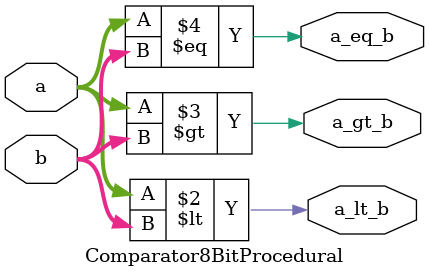
<source format=v>
/*
 * 8-Bit Comparator
 * ----------------
 * By: Thomas Carpenter
 * For: University of Leeds
 * Date: 30th December 2017
 *
 * Description
 * -----------
 * The module is a simple 8-bit Comparator that has been
 * built in Verilog using Behavioural design and procedural
 * assignment using an always block.
 *
 */

module Comparator8BitProcedural ( 
    input  [7:0] a, 
    input  [7:0] b, 
    output reg   a_lt_b, //Notice that these are reg type outputs
    output reg   a_gt_b, //as we will be assigning them values in
    output reg   a_eq_b  //a procedural block.
);
always @ * begin //Whenever any signal in the always block (a or b) changes
    a_lt_b = (a < b);  //If a < b then this will set the LT output high
    a_gt_b = (a > b);  //If a > b then this will set the GT output high
    a_eq_b = (a == b); //If a == b then this will set the EQ output high
end
endmodule

</source>
